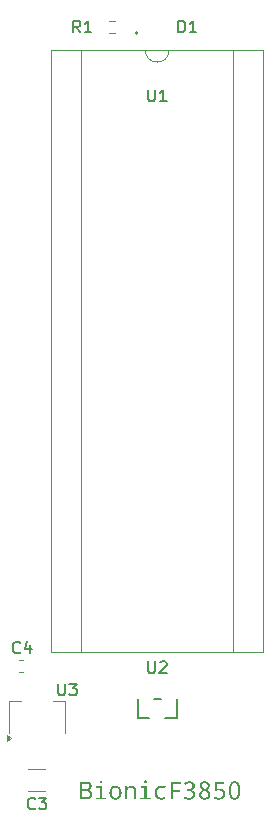
<source format=gbr>
G04 #@! TF.GenerationSoftware,KiCad,Pcbnew,7.0.11+dfsg-1build4*
G04 #@! TF.CreationDate,2024-11-01T16:05:39+09:00*
G04 #@! TF.ProjectId,bionic-f3850,62696f6e-6963-42d6-9633-3835302e6b69,5*
G04 #@! TF.SameCoordinates,Original*
G04 #@! TF.FileFunction,Legend,Top*
G04 #@! TF.FilePolarity,Positive*
%FSLAX46Y46*%
G04 Gerber Fmt 4.6, Leading zero omitted, Abs format (unit mm)*
G04 Created by KiCad (PCBNEW 7.0.11+dfsg-1build4) date 2024-11-01 16:05:39*
%MOMM*%
%LPD*%
G01*
G04 APERTURE LIST*
%ADD10C,0.150000*%
%ADD11C,0.120000*%
%ADD12C,0.152400*%
G04 APERTURE END LIST*
D10*
G36*
X108902645Y-135669959D02*
G01*
X108919822Y-135670222D01*
X108936697Y-135670660D01*
X108953269Y-135671274D01*
X108969538Y-135672063D01*
X108985504Y-135673027D01*
X109001168Y-135674167D01*
X109016529Y-135675481D01*
X109031588Y-135676972D01*
X109046344Y-135678637D01*
X109074947Y-135682494D01*
X109102340Y-135687052D01*
X109128522Y-135692311D01*
X109153494Y-135698272D01*
X109177255Y-135704934D01*
X109199805Y-135712297D01*
X109221144Y-135720361D01*
X109241272Y-135729127D01*
X109260190Y-135738593D01*
X109277897Y-135748761D01*
X109294394Y-135759631D01*
X109309833Y-135771236D01*
X109324275Y-135783702D01*
X109337722Y-135797030D01*
X109350173Y-135811219D01*
X109361627Y-135826270D01*
X109372086Y-135842183D01*
X109381548Y-135858957D01*
X109390015Y-135876592D01*
X109397485Y-135895090D01*
X109403960Y-135914448D01*
X109409438Y-135934668D01*
X109413920Y-135955750D01*
X109417406Y-135977693D01*
X109419896Y-136000498D01*
X109421391Y-136024164D01*
X109421889Y-136048692D01*
X109421572Y-136064915D01*
X109420623Y-136080795D01*
X109419042Y-136096331D01*
X109416828Y-136111524D01*
X109413982Y-136126373D01*
X109410503Y-136140879D01*
X109406391Y-136155041D01*
X109399038Y-136175640D01*
X109390261Y-136195467D01*
X109380061Y-136214521D01*
X109368438Y-136232802D01*
X109355392Y-136250310D01*
X109345903Y-136261553D01*
X109340922Y-136267045D01*
X109330578Y-136277631D01*
X109319787Y-136287682D01*
X109308550Y-136297197D01*
X109296867Y-136306177D01*
X109284737Y-136314622D01*
X109272160Y-136322532D01*
X109259137Y-136329907D01*
X109245667Y-136336746D01*
X109231751Y-136343050D01*
X109217389Y-136348819D01*
X109202579Y-136354052D01*
X109187324Y-136358751D01*
X109171622Y-136362914D01*
X109155473Y-136366542D01*
X109138878Y-136369634D01*
X109121836Y-136372192D01*
X109121836Y-136382450D01*
X109142889Y-136386165D01*
X109163273Y-136390350D01*
X109182988Y-136395004D01*
X109202036Y-136400127D01*
X109220415Y-136405720D01*
X109238125Y-136411782D01*
X109255168Y-136418314D01*
X109271542Y-136425315D01*
X109287248Y-136432785D01*
X109302285Y-136440725D01*
X109316654Y-136449134D01*
X109330355Y-136458013D01*
X109343387Y-136467361D01*
X109355751Y-136477178D01*
X109367447Y-136487465D01*
X109378474Y-136498221D01*
X109388833Y-136509447D01*
X109398524Y-136521142D01*
X109407547Y-136533306D01*
X109415901Y-136545940D01*
X109423587Y-136559043D01*
X109430604Y-136572616D01*
X109436953Y-136586658D01*
X109442634Y-136601169D01*
X109447646Y-136616150D01*
X109451991Y-136631601D01*
X109455666Y-136647520D01*
X109458674Y-136663909D01*
X109461013Y-136680768D01*
X109462684Y-136698096D01*
X109463686Y-136715893D01*
X109464020Y-136734160D01*
X109463507Y-136759281D01*
X109461965Y-136783722D01*
X109459397Y-136807481D01*
X109455800Y-136830559D01*
X109451176Y-136852956D01*
X109445525Y-136874672D01*
X109438846Y-136895706D01*
X109431139Y-136916060D01*
X109422405Y-136935732D01*
X109412644Y-136954722D01*
X109401854Y-136973032D01*
X109390038Y-136990660D01*
X109377194Y-137007608D01*
X109363322Y-137023874D01*
X109348422Y-137039458D01*
X109332496Y-137054362D01*
X109315727Y-137068426D01*
X109298212Y-137081582D01*
X109279950Y-137093831D01*
X109260940Y-137105172D01*
X109241184Y-137115606D01*
X109220680Y-137125133D01*
X109199430Y-137133753D01*
X109177432Y-137141465D01*
X109154687Y-137148270D01*
X109131196Y-137154168D01*
X109106957Y-137159158D01*
X109081971Y-137163241D01*
X109056238Y-137166417D01*
X109029759Y-137168685D01*
X109002532Y-137170046D01*
X108974558Y-137170500D01*
X108431606Y-137170500D01*
X108431606Y-136466714D01*
X108624314Y-136466714D01*
X108624314Y-137006735D01*
X108940486Y-137006735D01*
X108960208Y-137006461D01*
X108979305Y-137005640D01*
X108997775Y-137004271D01*
X109015619Y-137002355D01*
X109032837Y-136999892D01*
X109049429Y-136996881D01*
X109065395Y-136993323D01*
X109080735Y-136989218D01*
X109095448Y-136984565D01*
X109109536Y-136979365D01*
X109135832Y-136967322D01*
X109159625Y-136953089D01*
X109180912Y-136936668D01*
X109199696Y-136918056D01*
X109215975Y-136897255D01*
X109229749Y-136874264D01*
X109241019Y-136849084D01*
X109249785Y-136821714D01*
X109253228Y-136807207D01*
X109256046Y-136792154D01*
X109258237Y-136776553D01*
X109259802Y-136760405D01*
X109260742Y-136743709D01*
X109261055Y-136726466D01*
X109260729Y-136710485D01*
X109259751Y-136695012D01*
X109258121Y-136680045D01*
X109252906Y-136651635D01*
X109245084Y-136625254D01*
X109234654Y-136600902D01*
X109221616Y-136578580D01*
X109205972Y-136558287D01*
X109187719Y-136540023D01*
X109166859Y-136523788D01*
X109143392Y-136509583D01*
X109117317Y-136497407D01*
X109103302Y-136492080D01*
X109088635Y-136487261D01*
X109073316Y-136482948D01*
X109057345Y-136479143D01*
X109040722Y-136475846D01*
X109023448Y-136473055D01*
X109005521Y-136470772D01*
X108986943Y-136468997D01*
X108967713Y-136467728D01*
X108947831Y-136466967D01*
X108927297Y-136466714D01*
X108624314Y-136466714D01*
X108431606Y-136466714D01*
X108431606Y-135833636D01*
X108624314Y-135833636D01*
X108624314Y-136302949D01*
X108916672Y-136302949D01*
X108936436Y-136302730D01*
X108955518Y-136302073D01*
X108973919Y-136300978D01*
X108991640Y-136299446D01*
X109008678Y-136297475D01*
X109025036Y-136295066D01*
X109040712Y-136292220D01*
X109055707Y-136288935D01*
X109070021Y-136285213D01*
X109090215Y-136278809D01*
X109108876Y-136271419D01*
X109126004Y-136263043D01*
X109141600Y-136253683D01*
X109151145Y-136246895D01*
X109164305Y-136235741D01*
X109176171Y-136223299D01*
X109186742Y-136209569D01*
X109196019Y-136194551D01*
X109204002Y-136178245D01*
X109210690Y-136160651D01*
X109216083Y-136141769D01*
X109220182Y-136121599D01*
X109222987Y-136100141D01*
X109224137Y-136085120D01*
X109224713Y-136069526D01*
X109224785Y-136061515D01*
X109224477Y-136046535D01*
X109222862Y-136025081D01*
X109219862Y-136004843D01*
X109215477Y-135985822D01*
X109209708Y-135968019D01*
X109202554Y-135951433D01*
X109194016Y-135936064D01*
X109184093Y-135921912D01*
X109172785Y-135908977D01*
X109160093Y-135897260D01*
X109146016Y-135886759D01*
X109130436Y-135877265D01*
X109113232Y-135868706D01*
X109094406Y-135861080D01*
X109073957Y-135854387D01*
X109059423Y-135850445D01*
X109044167Y-135846917D01*
X109028190Y-135843804D01*
X109011492Y-135841107D01*
X108994072Y-135838824D01*
X108975932Y-135836956D01*
X108957070Y-135835504D01*
X108937486Y-135834466D01*
X108917182Y-135833844D01*
X108896156Y-135833636D01*
X108624314Y-135833636D01*
X108431606Y-135833636D01*
X108431606Y-135669871D01*
X108885165Y-135669871D01*
X108902645Y-135669959D01*
G37*
G36*
X110204809Y-135576082D02*
G01*
X110224320Y-135577109D01*
X110241912Y-135580191D01*
X110257585Y-135585327D01*
X110271338Y-135592517D01*
X110283173Y-135601762D01*
X110293088Y-135613061D01*
X110301085Y-135626414D01*
X110307162Y-135641822D01*
X110311320Y-135659284D01*
X110313559Y-135678800D01*
X110313986Y-135692952D01*
X110313189Y-135710766D01*
X110310801Y-135727113D01*
X110306821Y-135741993D01*
X110299943Y-135757913D01*
X110290773Y-135771720D01*
X110281379Y-135781613D01*
X110268864Y-135791449D01*
X110255499Y-135799250D01*
X110241284Y-135805015D01*
X110226218Y-135808746D01*
X110210303Y-135810442D01*
X110204809Y-135810555D01*
X110185102Y-135809522D01*
X110167333Y-135806421D01*
X110151502Y-135801253D01*
X110137610Y-135794017D01*
X110125656Y-135784715D01*
X110115641Y-135773345D01*
X110107564Y-135759908D01*
X110101426Y-135744404D01*
X110097226Y-135726832D01*
X110094964Y-135707193D01*
X110094533Y-135692952D01*
X110095503Y-135672066D01*
X110098410Y-135653235D01*
X110103256Y-135636458D01*
X110110041Y-135621735D01*
X110118764Y-135609066D01*
X110129425Y-135598452D01*
X110142025Y-135589892D01*
X110156563Y-135583387D01*
X110173040Y-135578935D01*
X110191455Y-135576539D01*
X110204809Y-135576082D01*
G37*
G36*
X110110287Y-136192307D02*
G01*
X109832949Y-136170691D01*
X109832949Y-136045028D01*
X110297499Y-136045028D01*
X110297499Y-137023221D01*
X110660200Y-137043737D01*
X110660200Y-137170500D01*
X109755646Y-137170500D01*
X109755646Y-137043737D01*
X110110287Y-137023221D01*
X110110287Y-136192307D01*
G37*
G36*
X111475638Y-136022205D02*
G01*
X111502757Y-136024077D01*
X111529242Y-136027197D01*
X111555090Y-136031565D01*
X111580304Y-136037180D01*
X111604882Y-136044044D01*
X111628824Y-136052155D01*
X111652131Y-136061515D01*
X111674803Y-136072122D01*
X111696839Y-136083978D01*
X111718240Y-136097081D01*
X111739005Y-136111432D01*
X111759135Y-136127031D01*
X111778630Y-136143878D01*
X111797489Y-136161973D01*
X111815713Y-136181316D01*
X111833059Y-136201692D01*
X111849287Y-136222887D01*
X111864395Y-136244900D01*
X111878384Y-136267732D01*
X111891254Y-136291383D01*
X111903005Y-136315852D01*
X111913636Y-136341140D01*
X111923149Y-136367246D01*
X111931542Y-136394171D01*
X111938817Y-136421914D01*
X111944972Y-136450476D01*
X111947630Y-136465064D01*
X111950008Y-136479857D01*
X111952106Y-136494854D01*
X111953925Y-136510056D01*
X111955464Y-136525463D01*
X111956723Y-136541074D01*
X111957702Y-136556890D01*
X111958402Y-136572911D01*
X111958821Y-136589136D01*
X111958961Y-136605566D01*
X111958823Y-136622534D01*
X111958409Y-136639277D01*
X111957718Y-136655793D01*
X111956751Y-136672084D01*
X111955509Y-136688148D01*
X111953989Y-136703986D01*
X111952194Y-136719598D01*
X111950123Y-136734984D01*
X111947775Y-136750144D01*
X111945151Y-136765077D01*
X111942251Y-136779785D01*
X111939074Y-136794266D01*
X111935622Y-136808522D01*
X111927888Y-136836354D01*
X111919050Y-136863282D01*
X111909106Y-136889305D01*
X111898058Y-136914424D01*
X111885905Y-136938638D01*
X111872647Y-136961948D01*
X111858285Y-136984354D01*
X111842817Y-137005855D01*
X111826245Y-137026451D01*
X111817545Y-137036410D01*
X111799547Y-137055487D01*
X111780816Y-137073333D01*
X111761353Y-137089948D01*
X111741158Y-137105332D01*
X111720229Y-137119486D01*
X111698568Y-137132409D01*
X111676174Y-137144101D01*
X111653047Y-137154563D01*
X111629187Y-137163793D01*
X111604595Y-137171793D01*
X111579270Y-137178562D01*
X111553213Y-137184101D01*
X111526422Y-137188408D01*
X111498899Y-137191485D01*
X111470643Y-137193331D01*
X111441655Y-137193947D01*
X111414119Y-137193321D01*
X111387198Y-137191445D01*
X111360893Y-137188318D01*
X111335203Y-137183940D01*
X111310129Y-137178312D01*
X111285669Y-137171433D01*
X111261826Y-137163302D01*
X111238597Y-137153922D01*
X111215984Y-137143290D01*
X111193987Y-137131407D01*
X111172605Y-137118274D01*
X111151838Y-137103890D01*
X111131686Y-137088255D01*
X111112150Y-137071369D01*
X111093229Y-137053233D01*
X111074924Y-137033846D01*
X111057533Y-137013368D01*
X111041264Y-136992051D01*
X111026118Y-136969896D01*
X111012093Y-136946903D01*
X110999190Y-136923071D01*
X110987409Y-136898400D01*
X110976750Y-136872890D01*
X110967213Y-136846542D01*
X110958798Y-136819355D01*
X110951505Y-136791330D01*
X110948279Y-136777002D01*
X110945334Y-136762466D01*
X110942669Y-136747719D01*
X110940285Y-136732763D01*
X110938182Y-136717597D01*
X110936358Y-136702222D01*
X110934816Y-136686636D01*
X110933553Y-136670842D01*
X110932572Y-136654837D01*
X110931870Y-136638623D01*
X110931450Y-136622199D01*
X110931309Y-136605566D01*
X111125116Y-136605566D01*
X111125429Y-136632186D01*
X111126368Y-136657960D01*
X111127934Y-136682890D01*
X111130125Y-136706974D01*
X111132942Y-136730214D01*
X111136386Y-136752608D01*
X111140456Y-136774157D01*
X111145152Y-136794862D01*
X111150474Y-136814721D01*
X111156422Y-136833735D01*
X111162996Y-136851904D01*
X111170196Y-136869228D01*
X111178022Y-136885707D01*
X111186475Y-136901341D01*
X111195554Y-136916129D01*
X111205258Y-136930073D01*
X111215589Y-136943172D01*
X111226546Y-136955425D01*
X111238129Y-136966834D01*
X111250338Y-136977397D01*
X111263173Y-136987115D01*
X111276635Y-136995988D01*
X111290722Y-137004017D01*
X111305436Y-137011200D01*
X111320776Y-137017538D01*
X111336741Y-137023031D01*
X111353333Y-137027679D01*
X111370551Y-137031481D01*
X111388396Y-137034439D01*
X111406866Y-137036552D01*
X111425962Y-137037819D01*
X111445685Y-137038242D01*
X111465340Y-137037819D01*
X111484371Y-137036552D01*
X111502777Y-137034439D01*
X111520560Y-137031481D01*
X111537719Y-137027679D01*
X111554255Y-137023031D01*
X111570166Y-137017538D01*
X111585453Y-137011200D01*
X111600116Y-137004017D01*
X111614155Y-136995988D01*
X111627570Y-136987115D01*
X111640362Y-136977397D01*
X111652529Y-136966834D01*
X111664072Y-136955425D01*
X111674992Y-136943172D01*
X111685287Y-136930073D01*
X111694958Y-136916129D01*
X111704006Y-136901341D01*
X111712429Y-136885707D01*
X111720229Y-136869228D01*
X111727405Y-136851904D01*
X111733956Y-136833735D01*
X111739884Y-136814721D01*
X111745188Y-136794862D01*
X111749867Y-136774157D01*
X111753923Y-136752608D01*
X111757355Y-136730214D01*
X111760163Y-136706974D01*
X111762347Y-136682890D01*
X111763906Y-136657960D01*
X111764842Y-136632186D01*
X111765154Y-136605566D01*
X111764840Y-136579217D01*
X111763898Y-136553704D01*
X111762327Y-136529028D01*
X111760128Y-136505188D01*
X111757301Y-136482184D01*
X111753846Y-136460018D01*
X111749762Y-136438687D01*
X111745050Y-136418193D01*
X111739710Y-136398536D01*
X111733742Y-136379715D01*
X111727145Y-136361731D01*
X111719920Y-136344583D01*
X111712067Y-136328271D01*
X111703585Y-136312796D01*
X111694475Y-136298158D01*
X111684737Y-136284356D01*
X111674371Y-136271390D01*
X111663377Y-136259261D01*
X111651754Y-136247969D01*
X111639503Y-136237513D01*
X111626624Y-136227893D01*
X111613116Y-136219110D01*
X111598980Y-136211164D01*
X111584216Y-136204053D01*
X111568824Y-136197780D01*
X111552803Y-136192343D01*
X111536155Y-136187742D01*
X111518877Y-136183978D01*
X111500972Y-136181050D01*
X111482439Y-136178959D01*
X111463277Y-136177704D01*
X111443487Y-136177286D01*
X111423899Y-136177704D01*
X111404934Y-136178959D01*
X111386590Y-136181050D01*
X111368868Y-136183978D01*
X111351769Y-136187742D01*
X111335290Y-136192343D01*
X111319434Y-136197780D01*
X111304199Y-136204053D01*
X111289587Y-136211164D01*
X111275596Y-136219110D01*
X111262227Y-136227893D01*
X111249480Y-136237513D01*
X111237354Y-136247969D01*
X111225850Y-136259261D01*
X111214969Y-136271390D01*
X111204709Y-136284356D01*
X111195071Y-136298158D01*
X111186054Y-136312796D01*
X111177660Y-136328271D01*
X111169887Y-136344583D01*
X111162736Y-136361731D01*
X111156207Y-136379715D01*
X111150300Y-136398536D01*
X111145014Y-136418193D01*
X111140351Y-136438687D01*
X111136309Y-136460018D01*
X111132889Y-136482184D01*
X111130091Y-136505188D01*
X111127914Y-136529028D01*
X111126360Y-136553704D01*
X111125427Y-136579217D01*
X111125116Y-136605566D01*
X110931309Y-136605566D01*
X110931446Y-136588756D01*
X110931855Y-136572169D01*
X110932536Y-136555806D01*
X110933490Y-136539666D01*
X110934717Y-136523749D01*
X110936217Y-136508056D01*
X110937989Y-136492585D01*
X110940033Y-136477338D01*
X110942351Y-136462315D01*
X110944941Y-136447514D01*
X110947803Y-136432937D01*
X110950938Y-136418583D01*
X110958027Y-136390544D01*
X110966206Y-136363399D01*
X110975475Y-136337147D01*
X110985835Y-136311787D01*
X110997285Y-136287321D01*
X111009826Y-136263748D01*
X111023457Y-136241068D01*
X111038179Y-136219280D01*
X111053991Y-136198386D01*
X111070894Y-136178385D01*
X111088724Y-136159397D01*
X111107319Y-136141634D01*
X111126677Y-136125096D01*
X111146800Y-136109783D01*
X111167687Y-136095695D01*
X111189339Y-136082833D01*
X111211754Y-136071195D01*
X111234934Y-136060782D01*
X111258878Y-136051594D01*
X111283586Y-136043632D01*
X111309058Y-136036894D01*
X111335295Y-136031381D01*
X111362295Y-136027094D01*
X111390060Y-136024031D01*
X111418590Y-136022194D01*
X111447883Y-136021581D01*
X111475638Y-136022205D01*
G37*
G36*
X112987346Y-137170500D02*
G01*
X112987346Y-136444366D01*
X112987106Y-136427934D01*
X112986388Y-136412024D01*
X112985191Y-136396635D01*
X112983516Y-136381769D01*
X112978729Y-136353600D01*
X112972027Y-136327518D01*
X112963410Y-136303523D01*
X112952879Y-136281614D01*
X112940432Y-136261792D01*
X112926071Y-136244056D01*
X112909795Y-136228407D01*
X112891604Y-136214844D01*
X112871499Y-136203368D01*
X112849478Y-136193978D01*
X112825543Y-136186675D01*
X112799693Y-136181459D01*
X112771928Y-136178329D01*
X112742248Y-136177286D01*
X112722773Y-136177685D01*
X112703917Y-136178883D01*
X112685679Y-136180879D01*
X112668059Y-136183674D01*
X112651058Y-136187268D01*
X112634674Y-136191660D01*
X112618909Y-136196851D01*
X112603762Y-136202840D01*
X112589234Y-136209628D01*
X112575323Y-136217214D01*
X112562031Y-136225599D01*
X112549357Y-136234782D01*
X112537301Y-136244764D01*
X112525864Y-136255545D01*
X112515045Y-136267124D01*
X112504844Y-136279502D01*
X112495261Y-136292678D01*
X112486297Y-136306653D01*
X112477950Y-136321426D01*
X112470222Y-136336998D01*
X112463113Y-136353368D01*
X112456621Y-136370537D01*
X112450748Y-136388505D01*
X112445493Y-136407271D01*
X112440856Y-136426836D01*
X112436838Y-136447199D01*
X112433437Y-136468361D01*
X112430655Y-136490321D01*
X112428491Y-136513080D01*
X112426946Y-136536638D01*
X112426018Y-136560994D01*
X112425709Y-136586148D01*
X112425709Y-137170500D01*
X112238131Y-137170500D01*
X112238131Y-136045028D01*
X112389439Y-136045028D01*
X112417283Y-136194871D01*
X112427541Y-136194871D01*
X112441346Y-136173887D01*
X112456198Y-136154257D01*
X112472097Y-136135980D01*
X112489044Y-136119057D01*
X112507039Y-136103488D01*
X112526082Y-136089273D01*
X112546171Y-136076411D01*
X112567309Y-136064904D01*
X112589494Y-136054750D01*
X112612727Y-136045950D01*
X112637007Y-136038504D01*
X112662335Y-136032412D01*
X112688710Y-136027673D01*
X112716133Y-136024289D01*
X112744604Y-136022258D01*
X112774122Y-136021581D01*
X112798780Y-136021984D01*
X112822656Y-136023191D01*
X112845749Y-136025204D01*
X112868060Y-136028021D01*
X112889587Y-136031644D01*
X112910332Y-136036071D01*
X112930294Y-136041304D01*
X112949473Y-136047341D01*
X112967869Y-136054184D01*
X112985482Y-136061831D01*
X113002313Y-136070284D01*
X113018361Y-136079541D01*
X113033626Y-136089604D01*
X113048108Y-136100471D01*
X113061807Y-136112144D01*
X113074724Y-136124621D01*
X113086857Y-136137904D01*
X113098208Y-136151991D01*
X113108776Y-136166884D01*
X113118561Y-136182581D01*
X113127564Y-136199084D01*
X113135783Y-136216391D01*
X113143220Y-136234504D01*
X113149874Y-136253421D01*
X113155745Y-136273144D01*
X113160833Y-136293671D01*
X113165139Y-136315004D01*
X113168662Y-136337141D01*
X113171401Y-136360083D01*
X113173359Y-136383831D01*
X113174533Y-136408383D01*
X113174924Y-136433741D01*
X113174924Y-137170500D01*
X112987346Y-137170500D01*
G37*
G36*
X113985688Y-135576082D02*
G01*
X114005199Y-135577109D01*
X114022791Y-135580191D01*
X114038464Y-135585327D01*
X114052218Y-135592517D01*
X114064052Y-135601762D01*
X114073968Y-135613061D01*
X114081964Y-135626414D01*
X114088041Y-135641822D01*
X114092199Y-135659284D01*
X114094438Y-135678800D01*
X114094865Y-135692952D01*
X114094069Y-135710766D01*
X114091681Y-135727113D01*
X114087700Y-135741993D01*
X114080822Y-135757913D01*
X114071652Y-135771720D01*
X114062258Y-135781613D01*
X114049743Y-135791449D01*
X114036378Y-135799250D01*
X114022163Y-135805015D01*
X114007098Y-135808746D01*
X113991182Y-135810442D01*
X113985688Y-135810555D01*
X113965981Y-135809522D01*
X113948212Y-135806421D01*
X113932381Y-135801253D01*
X113918489Y-135794017D01*
X113906535Y-135784715D01*
X113896520Y-135773345D01*
X113888443Y-135759908D01*
X113882305Y-135744404D01*
X113878105Y-135726832D01*
X113875843Y-135707193D01*
X113875413Y-135692952D01*
X113876382Y-135672066D01*
X113879290Y-135653235D01*
X113884136Y-135636458D01*
X113890920Y-135621735D01*
X113899643Y-135609066D01*
X113910305Y-135598452D01*
X113922904Y-135589892D01*
X113937443Y-135583387D01*
X113953919Y-135578935D01*
X113972335Y-135576539D01*
X113985688Y-135576082D01*
G37*
G36*
X113891166Y-136192307D02*
G01*
X113613829Y-136170691D01*
X113613829Y-136045028D01*
X114078378Y-136045028D01*
X114078378Y-137023221D01*
X114441079Y-137043737D01*
X114441079Y-137170500D01*
X113536526Y-137170500D01*
X113536526Y-137043737D01*
X113891166Y-137023221D01*
X113891166Y-136192307D01*
G37*
G36*
X115687084Y-136082398D02*
G01*
X115623337Y-136245063D01*
X115604140Y-136237832D01*
X115585200Y-136231067D01*
X115566519Y-136224769D01*
X115548094Y-136218937D01*
X115529928Y-136213572D01*
X115512019Y-136208673D01*
X115494368Y-136204241D01*
X115476974Y-136200275D01*
X115459838Y-136196776D01*
X115442959Y-136193744D01*
X115426338Y-136191178D01*
X115409975Y-136189078D01*
X115393869Y-136187445D01*
X115378021Y-136186279D01*
X115362431Y-136185579D01*
X115347098Y-136185346D01*
X115323589Y-136185762D01*
X115300826Y-136187010D01*
X115278809Y-136189091D01*
X115257539Y-136192004D01*
X115237015Y-136195748D01*
X115217238Y-136200325D01*
X115198206Y-136205735D01*
X115179921Y-136211976D01*
X115162383Y-136219050D01*
X115145590Y-136226956D01*
X115129544Y-136235694D01*
X115114245Y-136245264D01*
X115099691Y-136255666D01*
X115085884Y-136266901D01*
X115072824Y-136278967D01*
X115060509Y-136291866D01*
X115048941Y-136305598D01*
X115038120Y-136320161D01*
X115028044Y-136335556D01*
X115018715Y-136351784D01*
X115010133Y-136368844D01*
X115002296Y-136386736D01*
X114995206Y-136405460D01*
X114988862Y-136425017D01*
X114983265Y-136445406D01*
X114978414Y-136466626D01*
X114974309Y-136488679D01*
X114970951Y-136511565D01*
X114968338Y-136535282D01*
X114966473Y-136559832D01*
X114965353Y-136585214D01*
X114964980Y-136611428D01*
X114965343Y-136637191D01*
X114966433Y-136662136D01*
X114968248Y-136686264D01*
X114970790Y-136709573D01*
X114974059Y-136732065D01*
X114978053Y-136753739D01*
X114982774Y-136774595D01*
X114988221Y-136794633D01*
X114994395Y-136813853D01*
X115001294Y-136832255D01*
X115008920Y-136849840D01*
X115017273Y-136866606D01*
X115026351Y-136882555D01*
X115036156Y-136897685D01*
X115046687Y-136911998D01*
X115057945Y-136925493D01*
X115069929Y-136938171D01*
X115082639Y-136950030D01*
X115096075Y-136961071D01*
X115110238Y-136971295D01*
X115125127Y-136980700D01*
X115140742Y-136989288D01*
X115157083Y-136997058D01*
X115174151Y-137004010D01*
X115191945Y-137010144D01*
X115210465Y-137015460D01*
X115229712Y-137019958D01*
X115249685Y-137023639D01*
X115270384Y-137026502D01*
X115291810Y-137028546D01*
X115313962Y-137029773D01*
X115336840Y-137030182D01*
X115357109Y-137029933D01*
X115377432Y-137029186D01*
X115397809Y-137027941D01*
X115418241Y-137026198D01*
X115438728Y-137023957D01*
X115459268Y-137021218D01*
X115479863Y-137017980D01*
X115500513Y-137014245D01*
X115521217Y-137010012D01*
X115541975Y-137005281D01*
X115562788Y-137000051D01*
X115583655Y-136994324D01*
X115604576Y-136988099D01*
X115625552Y-136981375D01*
X115646582Y-136974154D01*
X115667667Y-136966435D01*
X115667667Y-137131299D01*
X115650157Y-137138885D01*
X115632158Y-137145982D01*
X115613669Y-137152589D01*
X115594691Y-137158707D01*
X115575224Y-137164336D01*
X115555267Y-137169475D01*
X115534821Y-137174125D01*
X115513885Y-137178285D01*
X115492460Y-137181956D01*
X115470545Y-137185137D01*
X115448141Y-137187829D01*
X115425248Y-137190031D01*
X115401865Y-137191744D01*
X115377993Y-137192968D01*
X115353631Y-137193702D01*
X115328780Y-137193947D01*
X115312340Y-137193800D01*
X115296132Y-137193361D01*
X115280154Y-137192630D01*
X115264408Y-137191606D01*
X115248893Y-137190289D01*
X115233609Y-137188679D01*
X115218557Y-137186777D01*
X115203735Y-137184582D01*
X115189144Y-137182094D01*
X115160657Y-137176241D01*
X115133094Y-137169217D01*
X115106455Y-137161022D01*
X115080741Y-137151657D01*
X115055951Y-137141121D01*
X115032086Y-137129415D01*
X115009145Y-137116538D01*
X114987129Y-137102490D01*
X114966037Y-137087271D01*
X114945870Y-137070882D01*
X114926627Y-137053323D01*
X114917353Y-137044104D01*
X114899651Y-137024864D01*
X114883092Y-137004605D01*
X114867674Y-136983327D01*
X114853399Y-136961031D01*
X114840266Y-136937715D01*
X114828275Y-136913380D01*
X114817425Y-136888027D01*
X114807718Y-136861654D01*
X114799153Y-136834263D01*
X114791730Y-136805853D01*
X114788446Y-136791265D01*
X114785449Y-136776423D01*
X114782736Y-136761326D01*
X114780309Y-136745975D01*
X114778168Y-136730369D01*
X114776312Y-136714508D01*
X114774742Y-136698392D01*
X114773457Y-136682021D01*
X114772458Y-136665396D01*
X114771744Y-136648516D01*
X114771316Y-136631382D01*
X114771173Y-136613992D01*
X114771319Y-136596038D01*
X114771757Y-136578353D01*
X114772487Y-136560938D01*
X114773509Y-136543793D01*
X114774823Y-136526918D01*
X114776428Y-136510313D01*
X114778326Y-136493977D01*
X114780516Y-136477911D01*
X114782997Y-136462115D01*
X114785771Y-136446588D01*
X114788836Y-136431331D01*
X114792193Y-136416344D01*
X114795843Y-136401627D01*
X114799784Y-136387180D01*
X114804017Y-136373002D01*
X114813360Y-136345456D01*
X114823870Y-136318989D01*
X114835547Y-136293601D01*
X114848393Y-136269292D01*
X114862407Y-136246063D01*
X114877588Y-136223912D01*
X114893937Y-136202840D01*
X114911454Y-136182848D01*
X114920650Y-136173256D01*
X114939808Y-136154889D01*
X114959914Y-136137707D01*
X114980967Y-136121710D01*
X115002967Y-136106898D01*
X115025915Y-136093271D01*
X115049810Y-136080829D01*
X115074653Y-136069572D01*
X115100443Y-136059500D01*
X115127181Y-136050613D01*
X115154865Y-136042910D01*
X115183498Y-136036393D01*
X115198169Y-136033579D01*
X115213077Y-136031061D01*
X115228222Y-136028839D01*
X115243604Y-136026913D01*
X115259223Y-136025284D01*
X115275079Y-136023951D01*
X115291171Y-136022914D01*
X115307501Y-136022174D01*
X115324067Y-136021729D01*
X115340870Y-136021581D01*
X115363732Y-136021819D01*
X115386431Y-136022531D01*
X115408966Y-136023719D01*
X115431339Y-136025382D01*
X115453548Y-136027520D01*
X115475594Y-136030133D01*
X115497478Y-136033222D01*
X115519198Y-136036785D01*
X115540754Y-136040824D01*
X115562148Y-136045338D01*
X115583379Y-136050326D01*
X115604446Y-136055790D01*
X115625350Y-136061730D01*
X115646091Y-136068144D01*
X115666669Y-136075033D01*
X115687084Y-136082398D01*
G37*
G36*
X116297080Y-137170500D02*
G01*
X116105472Y-137170500D01*
X116105472Y-135669871D01*
X116972290Y-135669871D01*
X116972290Y-135838765D01*
X116297080Y-135838765D01*
X116297080Y-136373291D01*
X116933089Y-136373291D01*
X116933089Y-136542185D01*
X116297080Y-136542185D01*
X116297080Y-137170500D01*
G37*
G36*
X117829582Y-136390876D02*
G01*
X117829582Y-136397105D01*
X117852460Y-136400333D01*
X117874612Y-136404067D01*
X117896038Y-136408305D01*
X117916737Y-136413047D01*
X117936710Y-136418294D01*
X117955956Y-136424045D01*
X117974477Y-136430301D01*
X117992271Y-136437061D01*
X118009339Y-136444326D01*
X118025680Y-136452095D01*
X118041295Y-136460369D01*
X118056184Y-136469147D01*
X118070347Y-136478429D01*
X118083783Y-136488216D01*
X118096493Y-136498508D01*
X118108477Y-136509304D01*
X118119734Y-136520604D01*
X118130266Y-136532409D01*
X118140071Y-136544718D01*
X118149149Y-136557532D01*
X118157501Y-136570850D01*
X118165128Y-136584673D01*
X118172027Y-136599000D01*
X118178201Y-136613832D01*
X118183648Y-136629168D01*
X118188369Y-136645009D01*
X118192363Y-136661354D01*
X118195632Y-136678203D01*
X118198174Y-136695557D01*
X118199989Y-136713416D01*
X118201079Y-136731779D01*
X118201442Y-136750646D01*
X118200887Y-136776087D01*
X118199221Y-136800844D01*
X118196444Y-136824916D01*
X118192558Y-136848305D01*
X118187560Y-136871010D01*
X118181452Y-136893030D01*
X118174234Y-136914367D01*
X118165905Y-136935019D01*
X118156465Y-136954987D01*
X118145915Y-136974271D01*
X118134254Y-136992872D01*
X118121483Y-137010788D01*
X118107601Y-137028020D01*
X118092609Y-137044568D01*
X118076506Y-137060431D01*
X118059293Y-137075611D01*
X118041029Y-137089941D01*
X118021775Y-137103346D01*
X118001530Y-137115827D01*
X117980295Y-137127383D01*
X117958070Y-137138015D01*
X117934855Y-137147722D01*
X117910649Y-137156505D01*
X117885453Y-137164363D01*
X117859266Y-137171297D01*
X117832090Y-137177306D01*
X117803922Y-137182391D01*
X117774765Y-137186551D01*
X117759815Y-137188284D01*
X117744617Y-137189787D01*
X117729172Y-137191058D01*
X117713479Y-137192098D01*
X117697539Y-137192907D01*
X117681351Y-137193485D01*
X117664915Y-137193831D01*
X117648232Y-137193947D01*
X117632736Y-137193867D01*
X117617436Y-137193629D01*
X117602331Y-137193232D01*
X117587421Y-137192676D01*
X117572707Y-137191961D01*
X117543864Y-137190055D01*
X117515803Y-137187513D01*
X117488523Y-137184336D01*
X117462025Y-137180524D01*
X117436308Y-137176076D01*
X117411372Y-137170993D01*
X117387218Y-137165274D01*
X117363845Y-137158920D01*
X117341253Y-137151930D01*
X117319443Y-137144305D01*
X117298414Y-137136045D01*
X117278167Y-137127149D01*
X117258701Y-137117618D01*
X117249261Y-137112614D01*
X117249261Y-136937492D01*
X117273042Y-136949204D01*
X117296940Y-136960161D01*
X117320956Y-136970362D01*
X117345088Y-136979807D01*
X117369339Y-136988497D01*
X117393706Y-136996431D01*
X117418191Y-137003609D01*
X117442793Y-137010032D01*
X117467513Y-137015699D01*
X117492350Y-137020611D01*
X117517304Y-137024767D01*
X117542376Y-137028167D01*
X117567564Y-137030812D01*
X117592871Y-137032701D01*
X117618294Y-137033834D01*
X117643836Y-137034212D01*
X117666285Y-137033929D01*
X117688022Y-137033081D01*
X117709047Y-137031668D01*
X117729359Y-137029690D01*
X117748958Y-137027146D01*
X117767844Y-137024037D01*
X117786018Y-137020362D01*
X117803479Y-137016123D01*
X117820227Y-137011318D01*
X117836263Y-137005948D01*
X117851586Y-137000012D01*
X117866196Y-136993511D01*
X117880093Y-136986445D01*
X117893278Y-136978814D01*
X117905750Y-136970617D01*
X117917510Y-136961855D01*
X117938890Y-136942635D01*
X117957420Y-136921154D01*
X117973100Y-136897412D01*
X117985928Y-136871409D01*
X117991273Y-136857559D01*
X117995906Y-136843144D01*
X117999826Y-136828164D01*
X118003033Y-136812619D01*
X118005527Y-136796508D01*
X118007309Y-136779832D01*
X118008378Y-136762591D01*
X118008734Y-136744784D01*
X118008351Y-136728871D01*
X118007202Y-136713463D01*
X118005286Y-136698560D01*
X117999155Y-136670270D01*
X117989959Y-136644000D01*
X117977697Y-136619752D01*
X117962370Y-136597524D01*
X117943977Y-136577316D01*
X117922519Y-136559130D01*
X117897995Y-136542964D01*
X117884584Y-136535639D01*
X117870406Y-136528819D01*
X117855462Y-136522504D01*
X117839752Y-136516695D01*
X117823275Y-136511390D01*
X117806032Y-136506591D01*
X117788023Y-136502297D01*
X117769247Y-136498508D01*
X117749705Y-136495224D01*
X117729396Y-136492446D01*
X117708321Y-136490172D01*
X117686480Y-136488404D01*
X117663872Y-136487141D01*
X117640499Y-136486384D01*
X117616358Y-136486131D01*
X117479338Y-136486131D01*
X117479338Y-136326396D01*
X117616358Y-136326396D01*
X117636676Y-136326087D01*
X117656412Y-136325160D01*
X117675568Y-136323614D01*
X117694142Y-136321450D01*
X117712135Y-136318668D01*
X117729548Y-136315268D01*
X117746379Y-136311249D01*
X117762629Y-136306613D01*
X117778298Y-136301358D01*
X117793387Y-136295484D01*
X117807894Y-136288993D01*
X117821820Y-136281883D01*
X117835165Y-136274155D01*
X117847929Y-136265809D01*
X117860112Y-136256844D01*
X117871714Y-136247262D01*
X117882716Y-136237124D01*
X117893009Y-136226585D01*
X117907117Y-136210025D01*
X117919628Y-136192564D01*
X117930541Y-136174202D01*
X117939858Y-136154938D01*
X117947577Y-136134772D01*
X117953700Y-136113705D01*
X117956894Y-136099159D01*
X117959378Y-136084212D01*
X117961153Y-136068865D01*
X117962218Y-136053117D01*
X117962572Y-136036968D01*
X117961954Y-136017372D01*
X117960099Y-135998560D01*
X117957008Y-135980535D01*
X117952681Y-135963295D01*
X117947116Y-135946841D01*
X117940316Y-135931172D01*
X117932279Y-135916289D01*
X117923005Y-135902192D01*
X117912495Y-135888881D01*
X117900748Y-135876355D01*
X117892230Y-135868441D01*
X117878695Y-135857310D01*
X117864328Y-135847275D01*
X117849131Y-135838334D01*
X117833103Y-135830488D01*
X117816244Y-135823737D01*
X117798554Y-135818080D01*
X117780034Y-135813518D01*
X117760683Y-135810052D01*
X117740501Y-135807680D01*
X117719488Y-135806402D01*
X117705018Y-135806159D01*
X117682123Y-135806641D01*
X117659326Y-135808088D01*
X117636626Y-135810500D01*
X117614023Y-135813876D01*
X117591517Y-135818216D01*
X117569109Y-135823521D01*
X117546798Y-135829791D01*
X117524584Y-135837025D01*
X117502468Y-135845224D01*
X117480448Y-135854387D01*
X117458527Y-135864515D01*
X117436702Y-135875608D01*
X117414975Y-135887665D01*
X117393345Y-135900687D01*
X117371813Y-135914673D01*
X117350378Y-135929624D01*
X117255489Y-135801030D01*
X117267596Y-135791518D01*
X117279828Y-135782308D01*
X117292186Y-135773400D01*
X117304668Y-135764794D01*
X117317276Y-135756490D01*
X117330009Y-135748488D01*
X117342867Y-135740788D01*
X117355850Y-135733390D01*
X117368959Y-135726294D01*
X117382193Y-135719499D01*
X117395552Y-135713007D01*
X117409036Y-135706817D01*
X117422646Y-135700929D01*
X117436380Y-135695342D01*
X117450240Y-135690058D01*
X117464225Y-135685076D01*
X117478336Y-135680395D01*
X117492571Y-135676017D01*
X117506932Y-135671940D01*
X117521418Y-135668166D01*
X117536030Y-135664693D01*
X117550766Y-135661522D01*
X117565628Y-135658654D01*
X117580615Y-135656087D01*
X117595727Y-135653822D01*
X117610964Y-135651859D01*
X117626327Y-135650199D01*
X117641815Y-135648840D01*
X117657428Y-135647783D01*
X117673166Y-135647028D01*
X117689030Y-135646575D01*
X117705018Y-135646424D01*
X117731170Y-135646828D01*
X117756596Y-135648038D01*
X117781294Y-135650056D01*
X117805265Y-135652881D01*
X117828509Y-135656513D01*
X117851026Y-135660953D01*
X117872816Y-135666199D01*
X117893879Y-135672253D01*
X117914215Y-135679114D01*
X117933824Y-135686781D01*
X117952706Y-135695256D01*
X117970861Y-135704539D01*
X117988289Y-135714628D01*
X118004991Y-135725524D01*
X118020965Y-135737228D01*
X118036212Y-135749739D01*
X118050630Y-135762924D01*
X118064118Y-135776649D01*
X118076676Y-135790916D01*
X118088304Y-135805724D01*
X118099002Y-135821073D01*
X118108769Y-135836962D01*
X118117606Y-135853393D01*
X118125513Y-135870364D01*
X118132490Y-135887877D01*
X118138536Y-135905930D01*
X118143652Y-135924525D01*
X118147838Y-135943660D01*
X118151094Y-135963336D01*
X118153420Y-135983554D01*
X118154815Y-136004312D01*
X118155280Y-136025611D01*
X118154949Y-136043426D01*
X118153958Y-136060874D01*
X118152305Y-136077955D01*
X118149991Y-136094671D01*
X118147015Y-136111020D01*
X118143379Y-136127002D01*
X118139081Y-136142619D01*
X118134122Y-136157869D01*
X118128503Y-136172752D01*
X118122221Y-136187269D01*
X118115279Y-136201420D01*
X118107676Y-136215205D01*
X118099411Y-136228623D01*
X118090485Y-136241674D01*
X118080898Y-136254360D01*
X118070650Y-136266679D01*
X118059834Y-136278541D01*
X118048451Y-136289857D01*
X118036501Y-136300626D01*
X118023984Y-136310849D01*
X118010901Y-136320524D01*
X117997251Y-136329653D01*
X117983034Y-136338236D01*
X117968251Y-136346271D01*
X117952901Y-136353760D01*
X117936984Y-136360703D01*
X117920501Y-136367098D01*
X117903450Y-136372947D01*
X117885833Y-136378250D01*
X117867650Y-136383005D01*
X117848899Y-136387214D01*
X117829582Y-136390876D01*
G37*
G36*
X119030882Y-135646805D02*
G01*
X119053754Y-135647947D01*
X119076059Y-135649850D01*
X119097798Y-135652515D01*
X119118970Y-135655941D01*
X119139575Y-135660128D01*
X119159613Y-135665077D01*
X119179085Y-135670787D01*
X119197990Y-135677259D01*
X119216328Y-135684492D01*
X119234100Y-135692486D01*
X119251305Y-135701241D01*
X119267943Y-135710758D01*
X119284014Y-135721037D01*
X119299519Y-135732076D01*
X119314457Y-135743877D01*
X119328698Y-135756326D01*
X119342020Y-135769311D01*
X119354423Y-135782830D01*
X119365908Y-135796885D01*
X119376474Y-135811476D01*
X119386121Y-135826601D01*
X119394849Y-135842262D01*
X119402659Y-135858457D01*
X119409550Y-135875189D01*
X119415522Y-135892455D01*
X119420575Y-135910256D01*
X119424709Y-135928593D01*
X119427925Y-135947465D01*
X119430222Y-135966873D01*
X119431600Y-135986815D01*
X119432060Y-136007293D01*
X119431005Y-136036336D01*
X119427841Y-136064572D01*
X119422567Y-136092000D01*
X119415184Y-136118622D01*
X119405691Y-136144436D01*
X119394089Y-136169443D01*
X119380378Y-136193644D01*
X119364557Y-136217036D01*
X119346627Y-136239622D01*
X119336870Y-136250612D01*
X119326587Y-136261401D01*
X119315776Y-136271988D01*
X119304437Y-136282372D01*
X119292572Y-136292555D01*
X119280179Y-136302537D01*
X119267258Y-136312316D01*
X119253810Y-136321894D01*
X119239835Y-136331270D01*
X119225333Y-136340444D01*
X119210303Y-136349416D01*
X119194746Y-136358187D01*
X119178661Y-136366756D01*
X119162049Y-136375123D01*
X119181636Y-136385500D01*
X119200602Y-136396025D01*
X119218945Y-136406698D01*
X119236667Y-136417518D01*
X119253767Y-136428485D01*
X119270245Y-136439600D01*
X119286102Y-136450862D01*
X119301336Y-136462272D01*
X119315949Y-136473829D01*
X119329940Y-136485533D01*
X119343309Y-136497385D01*
X119356056Y-136509384D01*
X119368182Y-136521530D01*
X119379685Y-136533824D01*
X119390567Y-136546266D01*
X119400827Y-136558854D01*
X119410465Y-136571591D01*
X119419481Y-136584474D01*
X119427876Y-136597505D01*
X119435649Y-136610683D01*
X119442800Y-136624009D01*
X119449329Y-136637482D01*
X119455236Y-136651103D01*
X119460521Y-136664871D01*
X119465185Y-136678786D01*
X119472647Y-136707059D01*
X119477621Y-136735922D01*
X119479176Y-136750574D01*
X119480109Y-136765374D01*
X119480420Y-136780322D01*
X119479912Y-136803391D01*
X119478387Y-136825888D01*
X119475847Y-136847813D01*
X119472291Y-136869165D01*
X119467718Y-136889945D01*
X119462130Y-136910152D01*
X119455525Y-136929787D01*
X119447905Y-136948849D01*
X119439268Y-136967339D01*
X119429615Y-136985257D01*
X119418946Y-137002602D01*
X119407261Y-137019374D01*
X119394560Y-137035574D01*
X119380843Y-137051202D01*
X119366110Y-137066257D01*
X119350360Y-137080740D01*
X119333822Y-137094449D01*
X119316632Y-137107273D01*
X119298789Y-137119213D01*
X119280293Y-137130268D01*
X119261145Y-137140439D01*
X119241344Y-137149726D01*
X119220891Y-137158128D01*
X119199785Y-137165645D01*
X119178026Y-137172278D01*
X119155615Y-137178027D01*
X119132551Y-137182891D01*
X119108835Y-137186871D01*
X119084466Y-137189967D01*
X119059444Y-137192178D01*
X119033770Y-137193505D01*
X119007443Y-137193947D01*
X118980026Y-137193530D01*
X118953370Y-137192281D01*
X118927476Y-137190199D01*
X118902343Y-137187284D01*
X118877971Y-137183535D01*
X118854360Y-137178955D01*
X118831511Y-137173541D01*
X118809423Y-137167294D01*
X118788097Y-137160214D01*
X118767532Y-137152301D01*
X118747728Y-137143556D01*
X118728686Y-137133978D01*
X118710405Y-137123566D01*
X118692885Y-137112322D01*
X118676127Y-137100245D01*
X118660130Y-137087335D01*
X118645046Y-137073632D01*
X118630935Y-137059268D01*
X118617798Y-137044243D01*
X118605633Y-137028556D01*
X118594442Y-137012209D01*
X118584224Y-136995200D01*
X118574979Y-136977530D01*
X118566707Y-136959199D01*
X118559408Y-136940207D01*
X118553083Y-136920553D01*
X118547731Y-136900239D01*
X118543351Y-136879263D01*
X118539945Y-136857626D01*
X118537512Y-136835328D01*
X118536053Y-136812368D01*
X118535566Y-136788748D01*
X118535579Y-136788015D01*
X118718748Y-136788015D01*
X118719026Y-136803162D01*
X118719859Y-136817828D01*
X118723190Y-136845718D01*
X118728743Y-136871684D01*
X118736517Y-136895726D01*
X118746512Y-136917846D01*
X118758728Y-136938041D01*
X118773165Y-136956314D01*
X118789823Y-136972663D01*
X118808702Y-136987088D01*
X118829802Y-136999591D01*
X118853124Y-137010169D01*
X118878666Y-137018825D01*
X118906430Y-137025557D01*
X118921145Y-137028201D01*
X118936414Y-137030365D01*
X118952240Y-137032048D01*
X118968620Y-137033250D01*
X118985556Y-137033972D01*
X119003047Y-137034212D01*
X119020338Y-137033950D01*
X119037130Y-137033164D01*
X119053425Y-137031855D01*
X119069222Y-137030022D01*
X119084520Y-137027665D01*
X119099321Y-137024784D01*
X119113623Y-137021379D01*
X119134143Y-137015290D01*
X119153543Y-137008023D01*
X119171821Y-136999577D01*
X119188980Y-136989952D01*
X119205017Y-136979149D01*
X119219935Y-136967167D01*
X119233684Y-136954067D01*
X119246081Y-136940046D01*
X119257126Y-136925104D01*
X119266818Y-136909242D01*
X119275158Y-136892458D01*
X119282145Y-136874753D01*
X119287780Y-136856128D01*
X119292063Y-136836581D01*
X119294993Y-136816114D01*
X119296571Y-136794726D01*
X119296871Y-136779955D01*
X119296301Y-136762831D01*
X119294591Y-136746081D01*
X119291742Y-136729704D01*
X119287752Y-136713700D01*
X119282623Y-136698071D01*
X119276353Y-136682814D01*
X119268944Y-136667931D01*
X119260395Y-136653422D01*
X119250706Y-136639286D01*
X119239877Y-136625524D01*
X119232025Y-136616557D01*
X119219067Y-136603123D01*
X119204513Y-136589612D01*
X119188361Y-136576023D01*
X119176706Y-136566922D01*
X119164342Y-136557785D01*
X119151267Y-136548615D01*
X119137483Y-136539410D01*
X119122988Y-136530171D01*
X119107784Y-136520897D01*
X119091870Y-136511589D01*
X119075246Y-136502247D01*
X119057913Y-136492870D01*
X119039869Y-136483459D01*
X119021116Y-136474014D01*
X119011473Y-136469278D01*
X118980699Y-136454990D01*
X118964583Y-136462835D01*
X118948978Y-136470845D01*
X118933885Y-136479021D01*
X118919304Y-136487362D01*
X118905234Y-136495868D01*
X118891677Y-136504539D01*
X118878630Y-136513376D01*
X118866095Y-136522378D01*
X118854072Y-136531546D01*
X118842561Y-136540878D01*
X118821073Y-136560039D01*
X118801631Y-136579862D01*
X118784236Y-136600345D01*
X118768887Y-136621490D01*
X118755585Y-136643296D01*
X118744329Y-136665763D01*
X118735120Y-136688891D01*
X118727957Y-136712680D01*
X118722841Y-136737131D01*
X118719772Y-136762242D01*
X118718748Y-136788015D01*
X118535579Y-136788015D01*
X118535850Y-136772314D01*
X118536701Y-136756124D01*
X118538120Y-136740177D01*
X118540106Y-136724474D01*
X118542659Y-136709014D01*
X118545780Y-136693797D01*
X118549468Y-136678823D01*
X118553724Y-136664092D01*
X118558547Y-136649605D01*
X118563938Y-136635362D01*
X118569896Y-136621361D01*
X118576421Y-136607604D01*
X118583514Y-136594090D01*
X118591175Y-136580819D01*
X118599403Y-136567792D01*
X118608198Y-136555008D01*
X118617561Y-136542467D01*
X118627491Y-136530169D01*
X118637988Y-136518115D01*
X118649053Y-136506304D01*
X118660686Y-136494736D01*
X118672885Y-136483412D01*
X118685653Y-136472331D01*
X118698988Y-136461493D01*
X118712890Y-136450899D01*
X118727359Y-136440547D01*
X118742396Y-136430439D01*
X118758001Y-136420575D01*
X118774173Y-136410953D01*
X118790912Y-136401575D01*
X118808219Y-136392441D01*
X118826093Y-136383549D01*
X118811194Y-136374107D01*
X118796768Y-136364511D01*
X118782815Y-136354761D01*
X118769335Y-136344858D01*
X118756328Y-136334800D01*
X118743794Y-136324589D01*
X118731733Y-136314224D01*
X118720145Y-136303705D01*
X118709030Y-136293032D01*
X118698388Y-136282205D01*
X118688219Y-136271224D01*
X118678523Y-136260090D01*
X118660549Y-136237360D01*
X118644468Y-136214014D01*
X118630278Y-136190053D01*
X118617981Y-136165476D01*
X118607575Y-136140285D01*
X118599062Y-136114477D01*
X118592440Y-136088055D01*
X118587710Y-136061017D01*
X118584872Y-136033363D01*
X118584306Y-136016452D01*
X118767475Y-136016452D01*
X118767922Y-136033381D01*
X118769265Y-136049820D01*
X118771503Y-136065770D01*
X118774636Y-136081230D01*
X118778664Y-136096201D01*
X118783588Y-136110682D01*
X118789406Y-136124674D01*
X118796120Y-136138177D01*
X118803729Y-136151190D01*
X118812233Y-136163713D01*
X118818399Y-136171790D01*
X118828733Y-136183681D01*
X118840639Y-136195584D01*
X118854116Y-136207500D01*
X118869164Y-136219429D01*
X118885783Y-136231371D01*
X118903974Y-136243326D01*
X118916974Y-136251303D01*
X118930673Y-136259286D01*
X118945070Y-136267274D01*
X118960165Y-136275268D01*
X118975959Y-136283268D01*
X118992451Y-136291274D01*
X119009642Y-136299285D01*
X119024338Y-136292665D01*
X119038567Y-136285902D01*
X119052330Y-136278995D01*
X119065627Y-136271945D01*
X119078456Y-136264753D01*
X119102717Y-136249938D01*
X119125111Y-136234550D01*
X119145639Y-136218591D01*
X119164300Y-136202058D01*
X119181096Y-136184954D01*
X119196025Y-136167277D01*
X119209088Y-136149027D01*
X119220285Y-136130205D01*
X119229616Y-136110811D01*
X119237081Y-136090844D01*
X119242679Y-136070305D01*
X119246412Y-136049193D01*
X119248278Y-136027509D01*
X119248511Y-136016452D01*
X119247941Y-135997646D01*
X119246231Y-135979697D01*
X119243382Y-135962604D01*
X119239392Y-135946368D01*
X119234263Y-135930988D01*
X119227993Y-135916465D01*
X119220584Y-135902798D01*
X119212035Y-135889988D01*
X119202346Y-135878034D01*
X119191517Y-135866937D01*
X119183665Y-135860015D01*
X119171078Y-135850390D01*
X119157634Y-135841712D01*
X119143334Y-135833981D01*
X119128178Y-135827196D01*
X119112164Y-135821358D01*
X119095295Y-135816467D01*
X119077569Y-135812523D01*
X119058986Y-135809525D01*
X119039547Y-135807474D01*
X119019251Y-135806369D01*
X119005245Y-135806159D01*
X118985167Y-135806632D01*
X118965875Y-135808052D01*
X118947369Y-135810419D01*
X118929648Y-135813732D01*
X118912713Y-135817992D01*
X118896564Y-135823199D01*
X118881200Y-135829353D01*
X118866622Y-135836453D01*
X118852830Y-135844499D01*
X118839823Y-135853493D01*
X118831588Y-135860015D01*
X118820131Y-135870541D01*
X118809800Y-135881923D01*
X118800596Y-135894163D01*
X118792519Y-135907258D01*
X118785569Y-135921211D01*
X118779747Y-135936019D01*
X118775051Y-135951685D01*
X118771482Y-135968206D01*
X118769040Y-135985585D01*
X118767725Y-136003820D01*
X118767475Y-136016452D01*
X118584306Y-136016452D01*
X118583926Y-136005095D01*
X118584394Y-135984753D01*
X118585798Y-135964944D01*
X118588138Y-135945666D01*
X118591414Y-135926922D01*
X118595626Y-135908709D01*
X118600773Y-135891030D01*
X118606857Y-135873882D01*
X118613877Y-135857267D01*
X118621832Y-135841184D01*
X118630724Y-135825634D01*
X118640551Y-135810615D01*
X118651314Y-135796130D01*
X118663014Y-135782176D01*
X118675649Y-135768755D01*
X118689220Y-135755867D01*
X118703727Y-135743511D01*
X118718996Y-135731754D01*
X118734760Y-135720756D01*
X118751018Y-135710516D01*
X118767772Y-135701035D01*
X118785022Y-135692313D01*
X118802766Y-135684349D01*
X118821005Y-135677143D01*
X118839740Y-135670696D01*
X118858970Y-135665007D01*
X118878695Y-135660077D01*
X118898915Y-135655905D01*
X118919630Y-135652492D01*
X118940841Y-135649837D01*
X118962547Y-135647941D01*
X118984747Y-135646803D01*
X119007443Y-135646424D01*
X119030882Y-135646805D01*
G37*
G36*
X119812346Y-137112614D02*
G01*
X119812346Y-136935294D01*
X119831182Y-136947272D01*
X119850596Y-136958478D01*
X119870589Y-136968910D01*
X119891160Y-136978570D01*
X119912309Y-136987458D01*
X119934036Y-136995572D01*
X119956341Y-137002914D01*
X119979225Y-137009482D01*
X120002686Y-137015278D01*
X120026726Y-137020302D01*
X120051344Y-137024552D01*
X120076540Y-137028030D01*
X120102314Y-137030734D01*
X120128667Y-137032666D01*
X120155597Y-137033826D01*
X120183106Y-137034212D01*
X120204407Y-137033900D01*
X120225031Y-137032964D01*
X120244979Y-137031404D01*
X120264250Y-137029220D01*
X120282846Y-137026412D01*
X120300765Y-137022981D01*
X120318008Y-137018925D01*
X120334575Y-137014245D01*
X120350466Y-137008941D01*
X120365680Y-137003014D01*
X120380218Y-136996462D01*
X120394081Y-136989287D01*
X120407266Y-136981487D01*
X120419776Y-136973064D01*
X120431610Y-136964016D01*
X120442767Y-136954345D01*
X120453248Y-136944049D01*
X120463053Y-136933130D01*
X120472182Y-136921586D01*
X120480634Y-136909419D01*
X120488410Y-136896628D01*
X120495511Y-136883213D01*
X120501934Y-136869173D01*
X120507682Y-136854510D01*
X120512754Y-136839223D01*
X120517149Y-136823312D01*
X120520868Y-136806777D01*
X120523911Y-136789618D01*
X120526278Y-136771835D01*
X120527968Y-136753428D01*
X120528982Y-136734397D01*
X120529321Y-136714742D01*
X120528975Y-136696350D01*
X120527937Y-136678541D01*
X120526207Y-136661316D01*
X120523785Y-136644675D01*
X120520671Y-136628618D01*
X120516866Y-136613145D01*
X120512368Y-136598256D01*
X120507178Y-136583950D01*
X120501297Y-136570229D01*
X120494723Y-136557091D01*
X120479501Y-136532568D01*
X120461510Y-136510380D01*
X120440752Y-136490527D01*
X120417226Y-136473011D01*
X120404425Y-136465128D01*
X120390932Y-136457829D01*
X120376747Y-136451115D01*
X120361871Y-136444984D01*
X120346302Y-136439437D01*
X120330041Y-136434474D01*
X120313089Y-136430094D01*
X120295444Y-136426299D01*
X120277108Y-136423088D01*
X120258079Y-136420460D01*
X120238359Y-136418417D01*
X120217947Y-136416957D01*
X120196842Y-136416081D01*
X120175046Y-136415789D01*
X120157328Y-136416015D01*
X120138656Y-136416691D01*
X120119031Y-136417818D01*
X120098453Y-136419396D01*
X120076922Y-136421424D01*
X120062039Y-136423027D01*
X120046731Y-136424830D01*
X120031001Y-136426834D01*
X120014846Y-136429038D01*
X119998268Y-136431442D01*
X119981267Y-136434046D01*
X119963842Y-136436851D01*
X119945993Y-136439857D01*
X119936909Y-136441435D01*
X119844219Y-136382450D01*
X119901006Y-135669871D01*
X120611752Y-135669871D01*
X120611752Y-135840964D01*
X120063672Y-135840964D01*
X120023371Y-136276571D01*
X120044003Y-136272904D01*
X120064544Y-136269598D01*
X120084996Y-136266653D01*
X120105357Y-136264068D01*
X120125628Y-136261845D01*
X120145809Y-136259981D01*
X120165899Y-136258479D01*
X120185900Y-136257337D01*
X120205810Y-136256555D01*
X120225630Y-136256134D01*
X120238794Y-136256054D01*
X120265534Y-136256512D01*
X120291625Y-136257886D01*
X120317065Y-136260176D01*
X120341856Y-136263382D01*
X120365998Y-136267503D01*
X120389490Y-136272541D01*
X120412332Y-136278494D01*
X120434524Y-136285363D01*
X120456066Y-136293149D01*
X120476959Y-136301850D01*
X120497202Y-136311467D01*
X120516795Y-136322000D01*
X120535739Y-136333449D01*
X120554033Y-136345814D01*
X120571677Y-136359094D01*
X120588672Y-136373291D01*
X120604820Y-136388239D01*
X120619927Y-136403865D01*
X120633992Y-136420170D01*
X120647015Y-136437153D01*
X120658996Y-136454814D01*
X120669936Y-136473154D01*
X120679833Y-136492172D01*
X120688689Y-136511868D01*
X120696503Y-136532243D01*
X120703275Y-136553296D01*
X120709005Y-136575027D01*
X120713693Y-136597437D01*
X120717340Y-136620525D01*
X120719944Y-136644292D01*
X120721507Y-136668736D01*
X120722028Y-136693860D01*
X120721889Y-136708706D01*
X120720779Y-136737760D01*
X120718558Y-136765964D01*
X120715226Y-136793319D01*
X120710784Y-136819823D01*
X120705231Y-136845477D01*
X120698568Y-136870281D01*
X120690794Y-136894235D01*
X120681910Y-136917339D01*
X120671915Y-136939592D01*
X120660810Y-136960996D01*
X120648594Y-136981550D01*
X120635267Y-137001253D01*
X120620830Y-137020107D01*
X120605282Y-137038110D01*
X120588624Y-137055263D01*
X120579879Y-137063521D01*
X120561655Y-137079315D01*
X120542521Y-137094090D01*
X120522477Y-137107845D01*
X120501523Y-137120582D01*
X120479658Y-137132300D01*
X120456883Y-137142999D01*
X120433199Y-137152679D01*
X120408603Y-137161340D01*
X120383098Y-137168983D01*
X120356683Y-137175606D01*
X120329357Y-137181210D01*
X120301121Y-137185795D01*
X120271975Y-137189362D01*
X120257061Y-137190763D01*
X120241919Y-137191909D01*
X120226550Y-137192800D01*
X120210953Y-137193437D01*
X120195128Y-137193819D01*
X120179076Y-137193947D01*
X120150596Y-137193629D01*
X120122857Y-137192676D01*
X120095859Y-137191087D01*
X120069602Y-137188864D01*
X120044087Y-137186004D01*
X120019313Y-137182509D01*
X119995280Y-137178379D01*
X119971989Y-137173614D01*
X119949439Y-137168213D01*
X119927630Y-137162176D01*
X119906563Y-137155504D01*
X119886237Y-137148197D01*
X119866652Y-137140254D01*
X119847809Y-137131676D01*
X119829706Y-137122463D01*
X119812346Y-137112614D01*
G37*
G36*
X121540647Y-135646618D02*
G01*
X121569592Y-135648173D01*
X121597625Y-135651281D01*
X121624744Y-135655944D01*
X121650951Y-135662160D01*
X121676244Y-135669931D01*
X121700625Y-135679256D01*
X121724092Y-135690136D01*
X121746646Y-135702569D01*
X121768288Y-135716557D01*
X121789016Y-135732099D01*
X121808831Y-135749195D01*
X121827733Y-135767845D01*
X121845722Y-135788049D01*
X121862798Y-135809808D01*
X121878961Y-135833121D01*
X121886700Y-135845360D01*
X121894228Y-135857966D01*
X121901518Y-135870917D01*
X121908568Y-135884212D01*
X121915380Y-135897853D01*
X121921952Y-135911839D01*
X121928285Y-135926169D01*
X121934380Y-135940844D01*
X121940235Y-135955865D01*
X121945852Y-135971230D01*
X121951229Y-135986940D01*
X121956367Y-136002995D01*
X121961267Y-136019394D01*
X121965927Y-136036139D01*
X121970349Y-136053229D01*
X121974531Y-136070663D01*
X121978474Y-136088443D01*
X121982179Y-136106567D01*
X121985644Y-136125036D01*
X121988871Y-136143850D01*
X121991858Y-136163009D01*
X121994607Y-136182513D01*
X121997116Y-136202362D01*
X121999386Y-136222556D01*
X122001418Y-136243094D01*
X122003210Y-136263978D01*
X122004764Y-136285206D01*
X122006078Y-136306779D01*
X122007154Y-136328697D01*
X122007990Y-136350961D01*
X122008588Y-136373568D01*
X122008946Y-136396521D01*
X122009066Y-136419819D01*
X122008594Y-136467446D01*
X122007178Y-136513561D01*
X122004819Y-136558164D01*
X122001515Y-136601255D01*
X121997268Y-136642834D01*
X121992077Y-136682902D01*
X121985942Y-136721457D01*
X121978864Y-136758500D01*
X121970841Y-136794031D01*
X121961875Y-136828051D01*
X121951965Y-136860558D01*
X121941111Y-136891553D01*
X121929313Y-136921037D01*
X121916572Y-136949008D01*
X121902886Y-136975467D01*
X121888257Y-137000415D01*
X121872684Y-137023850D01*
X121856167Y-137045774D01*
X121838707Y-137066186D01*
X121820302Y-137085085D01*
X121800954Y-137102473D01*
X121780662Y-137118348D01*
X121759426Y-137132712D01*
X121737246Y-137145564D01*
X121714123Y-137156904D01*
X121690056Y-137166731D01*
X121665044Y-137175047D01*
X121639089Y-137181851D01*
X121612191Y-137187143D01*
X121584348Y-137190923D01*
X121555562Y-137193191D01*
X121525831Y-137193947D01*
X121496786Y-137193170D01*
X121468633Y-137190838D01*
X121441373Y-137186953D01*
X121415006Y-137181513D01*
X121389532Y-137174519D01*
X121364952Y-137165971D01*
X121341264Y-137155869D01*
X121318469Y-137144213D01*
X121296567Y-137131002D01*
X121275559Y-137116238D01*
X121255443Y-137099919D01*
X121236220Y-137082045D01*
X121217891Y-137062618D01*
X121200454Y-137041637D01*
X121183910Y-137019101D01*
X121168260Y-136995011D01*
X121160777Y-136982404D01*
X121153531Y-136969451D01*
X121146523Y-136956152D01*
X121139752Y-136942506D01*
X121133219Y-136928514D01*
X121126924Y-136914176D01*
X121120866Y-136899492D01*
X121115045Y-136884461D01*
X121109463Y-136869083D01*
X121104117Y-136853360D01*
X121099010Y-136837290D01*
X121094140Y-136820873D01*
X121089507Y-136804111D01*
X121085112Y-136787002D01*
X121080955Y-136769547D01*
X121077035Y-136751745D01*
X121073353Y-136733597D01*
X121069908Y-136715103D01*
X121066701Y-136696262D01*
X121063731Y-136677076D01*
X121061000Y-136657542D01*
X121058505Y-136637663D01*
X121056248Y-136617437D01*
X121054229Y-136596865D01*
X121052447Y-136575946D01*
X121050903Y-136554681D01*
X121049596Y-136533070D01*
X121048527Y-136511113D01*
X121047696Y-136488809D01*
X121047102Y-136466158D01*
X121046746Y-136443162D01*
X121046627Y-136419819D01*
X121046634Y-136419086D01*
X121237503Y-136419086D01*
X121237571Y-136439355D01*
X121237775Y-136459266D01*
X121238114Y-136478819D01*
X121238590Y-136498015D01*
X121239202Y-136516853D01*
X121239950Y-136535333D01*
X121240834Y-136553455D01*
X121241853Y-136571219D01*
X121243009Y-136588626D01*
X121244300Y-136605675D01*
X121245728Y-136622366D01*
X121247291Y-136638699D01*
X121248991Y-136654674D01*
X121250826Y-136670292D01*
X121252798Y-136685552D01*
X121254905Y-136700454D01*
X121257148Y-136714999D01*
X121262043Y-136743014D01*
X121267481Y-136769598D01*
X121273463Y-136794751D01*
X121279989Y-136818474D01*
X121287058Y-136840765D01*
X121294672Y-136861624D01*
X121302829Y-136881053D01*
X121307112Y-136890231D01*
X121316124Y-136907666D01*
X121325756Y-136923976D01*
X121336010Y-136939162D01*
X121346885Y-136953223D01*
X121358381Y-136966158D01*
X121370499Y-136977969D01*
X121383237Y-136988655D01*
X121396596Y-136998217D01*
X121410577Y-137006653D01*
X121425178Y-137013965D01*
X121440401Y-137020151D01*
X121456245Y-137025213D01*
X121472710Y-137029150D01*
X121489796Y-137031962D01*
X121507503Y-137033650D01*
X121525831Y-137034212D01*
X121544476Y-137033648D01*
X121562491Y-137031957D01*
X121579876Y-137029137D01*
X121596631Y-137025190D01*
X121612757Y-137020116D01*
X121628253Y-137013913D01*
X121643119Y-137006583D01*
X121657356Y-136998125D01*
X121670963Y-136988540D01*
X121683940Y-136977826D01*
X121696288Y-136965985D01*
X121708006Y-136953017D01*
X121719094Y-136938920D01*
X121729553Y-136923696D01*
X121739382Y-136907344D01*
X121748581Y-136889864D01*
X121757187Y-136871067D01*
X121765239Y-136850852D01*
X121772735Y-136829221D01*
X121779676Y-136806173D01*
X121786062Y-136781708D01*
X121791892Y-136755827D01*
X121797167Y-136728528D01*
X121801887Y-136699813D01*
X121804038Y-136684924D01*
X121806051Y-136669681D01*
X121807925Y-136654084D01*
X121809661Y-136638132D01*
X121811257Y-136621826D01*
X121812715Y-136605167D01*
X121814033Y-136588152D01*
X121815213Y-136570784D01*
X121816254Y-136553062D01*
X121817157Y-136534985D01*
X121817920Y-136516554D01*
X121818545Y-136497769D01*
X121819031Y-136478630D01*
X121819378Y-136459136D01*
X121819586Y-136439288D01*
X121819655Y-136419086D01*
X121819586Y-136399020D01*
X121819378Y-136379304D01*
X121819031Y-136359939D01*
X121818545Y-136340925D01*
X121817920Y-136322261D01*
X121817157Y-136303948D01*
X121816254Y-136285985D01*
X121815213Y-136268373D01*
X121814033Y-136251112D01*
X121812715Y-136234201D01*
X121811257Y-136217641D01*
X121809661Y-136201432D01*
X121807925Y-136185573D01*
X121806051Y-136170065D01*
X121804038Y-136154907D01*
X121801887Y-136140100D01*
X121797167Y-136111538D01*
X121791892Y-136084378D01*
X121786062Y-136058621D01*
X121779676Y-136034267D01*
X121772735Y-136011314D01*
X121765239Y-135989765D01*
X121757187Y-135969618D01*
X121748581Y-135950873D01*
X121739382Y-135933349D01*
X121729553Y-135916956D01*
X121719094Y-135901693D01*
X121708006Y-135887561D01*
X121696288Y-135874559D01*
X121683940Y-135862688D01*
X121670963Y-135851947D01*
X121657356Y-135842337D01*
X121643119Y-135833858D01*
X121628253Y-135826509D01*
X121612757Y-135820291D01*
X121596631Y-135815204D01*
X121579876Y-135811247D01*
X121562491Y-135808420D01*
X121544476Y-135806724D01*
X121525831Y-135806159D01*
X121507503Y-135806720D01*
X121489796Y-135808403D01*
X121472710Y-135811208D01*
X121456245Y-135815135D01*
X121440401Y-135820184D01*
X121425178Y-135826355D01*
X121410577Y-135833648D01*
X121396596Y-135842063D01*
X121383237Y-135851600D01*
X121370499Y-135862258D01*
X121358381Y-135874039D01*
X121346885Y-135886942D01*
X121336010Y-135900967D01*
X121325756Y-135916114D01*
X121316124Y-135932383D01*
X121307112Y-135949774D01*
X121298683Y-135968394D01*
X121290797Y-135988442D01*
X121283456Y-136009919D01*
X121276658Y-136032824D01*
X121270404Y-136057157D01*
X121264694Y-136082919D01*
X121259527Y-136110108D01*
X121254905Y-136138726D01*
X121252798Y-136153571D01*
X121250826Y-136168772D01*
X121248991Y-136184331D01*
X121247291Y-136200247D01*
X121245728Y-136216519D01*
X121244300Y-136233149D01*
X121243009Y-136250136D01*
X121241853Y-136267480D01*
X121240834Y-136285181D01*
X121239950Y-136303239D01*
X121239202Y-136321655D01*
X121238590Y-136340427D01*
X121238114Y-136359556D01*
X121237775Y-136379042D01*
X121237571Y-136398886D01*
X121237503Y-136419086D01*
X121046634Y-136419086D01*
X121047095Y-136372237D01*
X121048499Y-136326166D01*
X121050839Y-136281605D01*
X121054114Y-136238555D01*
X121058326Y-136197015D01*
X121063474Y-136156986D01*
X121069558Y-136118467D01*
X121076577Y-136081459D01*
X121084533Y-136045961D01*
X121093424Y-136011974D01*
X121103252Y-135979498D01*
X121114015Y-135948532D01*
X121125714Y-135919076D01*
X121138350Y-135891131D01*
X121151921Y-135864697D01*
X121166428Y-135839773D01*
X121181871Y-135816360D01*
X121198250Y-135794457D01*
X121215565Y-135774065D01*
X121233816Y-135755183D01*
X121253003Y-135737812D01*
X121273126Y-135721951D01*
X121294185Y-135707601D01*
X121316179Y-135694761D01*
X121339110Y-135683432D01*
X121362977Y-135673614D01*
X121387779Y-135665306D01*
X121413518Y-135658508D01*
X121440192Y-135653222D01*
X121467803Y-135649445D01*
X121496349Y-135647179D01*
X121525831Y-135646424D01*
X121540647Y-135646618D01*
G37*
X104643333Y-137923580D02*
X104595714Y-137971200D01*
X104595714Y-137971200D02*
X104452857Y-138018819D01*
X104452857Y-138018819D02*
X104357619Y-138018819D01*
X104357619Y-138018819D02*
X104214762Y-137971200D01*
X104214762Y-137971200D02*
X104119524Y-137875961D01*
X104119524Y-137875961D02*
X104071905Y-137780723D01*
X104071905Y-137780723D02*
X104024286Y-137590247D01*
X104024286Y-137590247D02*
X104024286Y-137447390D01*
X104024286Y-137447390D02*
X104071905Y-137256914D01*
X104071905Y-137256914D02*
X104119524Y-137161676D01*
X104119524Y-137161676D02*
X104214762Y-137066438D01*
X104214762Y-137066438D02*
X104357619Y-137018819D01*
X104357619Y-137018819D02*
X104452857Y-137018819D01*
X104452857Y-137018819D02*
X104595714Y-137066438D01*
X104595714Y-137066438D02*
X104643333Y-137114057D01*
X104976667Y-137018819D02*
X105595714Y-137018819D01*
X105595714Y-137018819D02*
X105262381Y-137399771D01*
X105262381Y-137399771D02*
X105405238Y-137399771D01*
X105405238Y-137399771D02*
X105500476Y-137447390D01*
X105500476Y-137447390D02*
X105548095Y-137495009D01*
X105548095Y-137495009D02*
X105595714Y-137590247D01*
X105595714Y-137590247D02*
X105595714Y-137828342D01*
X105595714Y-137828342D02*
X105548095Y-137923580D01*
X105548095Y-137923580D02*
X105500476Y-137971200D01*
X105500476Y-137971200D02*
X105405238Y-138018819D01*
X105405238Y-138018819D02*
X105119524Y-138018819D01*
X105119524Y-138018819D02*
X105024286Y-137971200D01*
X105024286Y-137971200D02*
X104976667Y-137923580D01*
X103373333Y-124715580D02*
X103325714Y-124763200D01*
X103325714Y-124763200D02*
X103182857Y-124810819D01*
X103182857Y-124810819D02*
X103087619Y-124810819D01*
X103087619Y-124810819D02*
X102944762Y-124763200D01*
X102944762Y-124763200D02*
X102849524Y-124667961D01*
X102849524Y-124667961D02*
X102801905Y-124572723D01*
X102801905Y-124572723D02*
X102754286Y-124382247D01*
X102754286Y-124382247D02*
X102754286Y-124239390D01*
X102754286Y-124239390D02*
X102801905Y-124048914D01*
X102801905Y-124048914D02*
X102849524Y-123953676D01*
X102849524Y-123953676D02*
X102944762Y-123858438D01*
X102944762Y-123858438D02*
X103087619Y-123810819D01*
X103087619Y-123810819D02*
X103182857Y-123810819D01*
X103182857Y-123810819D02*
X103325714Y-123858438D01*
X103325714Y-123858438D02*
X103373333Y-123906057D01*
X104230476Y-124144152D02*
X104230476Y-124810819D01*
X103992381Y-123763200D02*
X103754286Y-124477485D01*
X103754286Y-124477485D02*
X104373333Y-124477485D01*
X116771905Y-72232819D02*
X116771905Y-71232819D01*
X116771905Y-71232819D02*
X117010000Y-71232819D01*
X117010000Y-71232819D02*
X117152857Y-71280438D01*
X117152857Y-71280438D02*
X117248095Y-71375676D01*
X117248095Y-71375676D02*
X117295714Y-71470914D01*
X117295714Y-71470914D02*
X117343333Y-71661390D01*
X117343333Y-71661390D02*
X117343333Y-71804247D01*
X117343333Y-71804247D02*
X117295714Y-71994723D01*
X117295714Y-71994723D02*
X117248095Y-72089961D01*
X117248095Y-72089961D02*
X117152857Y-72185200D01*
X117152857Y-72185200D02*
X117010000Y-72232819D01*
X117010000Y-72232819D02*
X116771905Y-72232819D01*
X118295714Y-72232819D02*
X117724286Y-72232819D01*
X118010000Y-72232819D02*
X118010000Y-71232819D01*
X118010000Y-71232819D02*
X117914762Y-71375676D01*
X117914762Y-71375676D02*
X117819524Y-71470914D01*
X117819524Y-71470914D02*
X117724286Y-71518533D01*
X108453333Y-72232819D02*
X108120000Y-71756628D01*
X107881905Y-72232819D02*
X107881905Y-71232819D01*
X107881905Y-71232819D02*
X108262857Y-71232819D01*
X108262857Y-71232819D02*
X108358095Y-71280438D01*
X108358095Y-71280438D02*
X108405714Y-71328057D01*
X108405714Y-71328057D02*
X108453333Y-71423295D01*
X108453333Y-71423295D02*
X108453333Y-71566152D01*
X108453333Y-71566152D02*
X108405714Y-71661390D01*
X108405714Y-71661390D02*
X108358095Y-71709009D01*
X108358095Y-71709009D02*
X108262857Y-71756628D01*
X108262857Y-71756628D02*
X107881905Y-71756628D01*
X109405714Y-72232819D02*
X108834286Y-72232819D01*
X109120000Y-72232819D02*
X109120000Y-71232819D01*
X109120000Y-71232819D02*
X109024762Y-71375676D01*
X109024762Y-71375676D02*
X108929524Y-71470914D01*
X108929524Y-71470914D02*
X108834286Y-71518533D01*
X114208095Y-77074819D02*
X114208095Y-77884342D01*
X114208095Y-77884342D02*
X114255714Y-77979580D01*
X114255714Y-77979580D02*
X114303333Y-78027200D01*
X114303333Y-78027200D02*
X114398571Y-78074819D01*
X114398571Y-78074819D02*
X114589047Y-78074819D01*
X114589047Y-78074819D02*
X114684285Y-78027200D01*
X114684285Y-78027200D02*
X114731904Y-77979580D01*
X114731904Y-77979580D02*
X114779523Y-77884342D01*
X114779523Y-77884342D02*
X114779523Y-77074819D01*
X115779523Y-78074819D02*
X115208095Y-78074819D01*
X115493809Y-78074819D02*
X115493809Y-77074819D01*
X115493809Y-77074819D02*
X115398571Y-77217676D01*
X115398571Y-77217676D02*
X115303333Y-77312914D01*
X115303333Y-77312914D02*
X115208095Y-77360533D01*
X114208095Y-125486419D02*
X114208095Y-126295942D01*
X114208095Y-126295942D02*
X114255714Y-126391180D01*
X114255714Y-126391180D02*
X114303333Y-126438800D01*
X114303333Y-126438800D02*
X114398571Y-126486419D01*
X114398571Y-126486419D02*
X114589047Y-126486419D01*
X114589047Y-126486419D02*
X114684285Y-126438800D01*
X114684285Y-126438800D02*
X114731904Y-126391180D01*
X114731904Y-126391180D02*
X114779523Y-126295942D01*
X114779523Y-126295942D02*
X114779523Y-125486419D01*
X115208095Y-125581657D02*
X115255714Y-125534038D01*
X115255714Y-125534038D02*
X115350952Y-125486419D01*
X115350952Y-125486419D02*
X115589047Y-125486419D01*
X115589047Y-125486419D02*
X115684285Y-125534038D01*
X115684285Y-125534038D02*
X115731904Y-125581657D01*
X115731904Y-125581657D02*
X115779523Y-125676895D01*
X115779523Y-125676895D02*
X115779523Y-125772133D01*
X115779523Y-125772133D02*
X115731904Y-125914990D01*
X115731904Y-125914990D02*
X115160476Y-126486419D01*
X115160476Y-126486419D02*
X115779523Y-126486419D01*
X106588095Y-127366819D02*
X106588095Y-128176342D01*
X106588095Y-128176342D02*
X106635714Y-128271580D01*
X106635714Y-128271580D02*
X106683333Y-128319200D01*
X106683333Y-128319200D02*
X106778571Y-128366819D01*
X106778571Y-128366819D02*
X106969047Y-128366819D01*
X106969047Y-128366819D02*
X107064285Y-128319200D01*
X107064285Y-128319200D02*
X107111904Y-128271580D01*
X107111904Y-128271580D02*
X107159523Y-128176342D01*
X107159523Y-128176342D02*
X107159523Y-127366819D01*
X107540476Y-127366819D02*
X108159523Y-127366819D01*
X108159523Y-127366819D02*
X107826190Y-127747771D01*
X107826190Y-127747771D02*
X107969047Y-127747771D01*
X107969047Y-127747771D02*
X108064285Y-127795390D01*
X108064285Y-127795390D02*
X108111904Y-127843009D01*
X108111904Y-127843009D02*
X108159523Y-127938247D01*
X108159523Y-127938247D02*
X108159523Y-128176342D01*
X108159523Y-128176342D02*
X108111904Y-128271580D01*
X108111904Y-128271580D02*
X108064285Y-128319200D01*
X108064285Y-128319200D02*
X107969047Y-128366819D01*
X107969047Y-128366819D02*
X107683333Y-128366819D01*
X107683333Y-128366819D02*
X107588095Y-128319200D01*
X107588095Y-128319200D02*
X107540476Y-128271580D01*
D11*
X105482752Y-136442000D02*
X104060248Y-136442000D01*
X105482752Y-134622000D02*
X104060248Y-134622000D01*
X103293233Y-125370000D02*
X103585767Y-125370000D01*
X103293233Y-126390000D02*
X103585767Y-126390000D01*
D12*
X113268200Y-72286000D02*
G75*
G03*
X113115800Y-72286000I-76200J0D01*
G01*
X113115800Y-72286000D02*
G75*
G03*
X113268200Y-72286000I76200J0D01*
G01*
D11*
X111414724Y-72300500D02*
X110905276Y-72300500D01*
X111414724Y-71255500D02*
X110905276Y-71255500D01*
X106020000Y-73690000D02*
X106020000Y-124730000D01*
X106020000Y-124730000D02*
X123920000Y-124730000D01*
X108510000Y-73750000D02*
X108510000Y-124670000D01*
X108510000Y-124670000D02*
X121430000Y-124670000D01*
X113970000Y-73750000D02*
X108510000Y-73750000D01*
X121430000Y-73750000D02*
X115970000Y-73750000D01*
X121430000Y-124670000D02*
X121430000Y-73750000D01*
X123920000Y-73690000D02*
X106020000Y-73690000D01*
X123920000Y-124730000D02*
X123920000Y-73690000D01*
X113970000Y-73750000D02*
G75*
G03*
X115970000Y-73750000I1000000J0D01*
G01*
D12*
X116622000Y-130313000D02*
X116622000Y-128659000D01*
X115632940Y-130313000D02*
X116622000Y-130313000D01*
X115257061Y-128659000D02*
X114682939Y-128659000D01*
X113318000Y-130313000D02*
X114307060Y-130313000D01*
X113318000Y-128659000D02*
X113318000Y-130313000D01*
D11*
X102450000Y-131558000D02*
X102450000Y-128838000D01*
X102450000Y-131418000D02*
X102450000Y-128838000D01*
X103430000Y-128838000D02*
X102450000Y-128838000D01*
X106190000Y-128838000D02*
X107170000Y-128838000D01*
X107170000Y-128838000D02*
X107170000Y-131558000D01*
X102600000Y-131968000D02*
X102270000Y-132208000D01*
X102270000Y-131728000D01*
X102600000Y-131968000D01*
G36*
X102600000Y-131968000D02*
G01*
X102270000Y-132208000D01*
X102270000Y-131728000D01*
X102600000Y-131968000D01*
G37*
M02*

</source>
